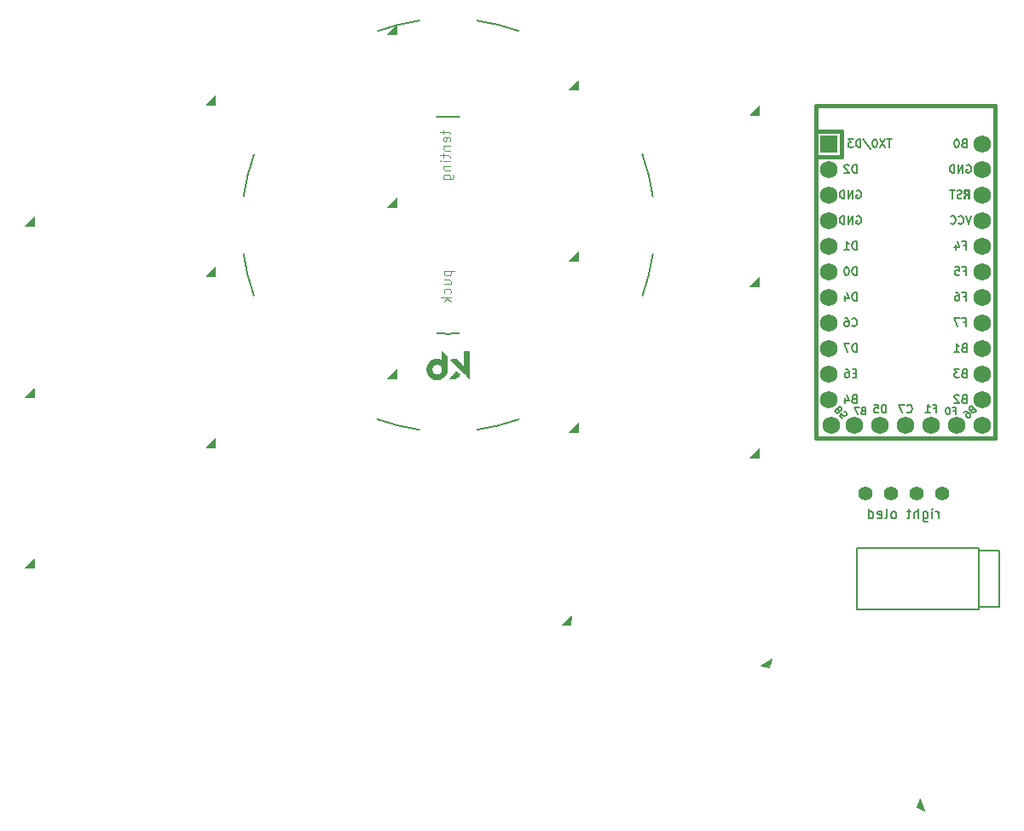
<source format=gbr>
%TF.GenerationSoftware,KiCad,Pcbnew,(6.0.0)*%
%TF.CreationDate,2022-06-16T08:24:19-07:00*%
%TF.ProjectId,half-swept,68616c66-2d73-4776-9570-742e6b696361,rev?*%
%TF.SameCoordinates,Original*%
%TF.FileFunction,Legend,Bot*%
%TF.FilePolarity,Positive*%
%FSLAX46Y46*%
G04 Gerber Fmt 4.6, Leading zero omitted, Abs format (unit mm)*
G04 Created by KiCad (PCBNEW (6.0.0)) date 2022-06-16 08:24:19*
%MOMM*%
%LPD*%
G01*
G04 APERTURE LIST*
%ADD10C,0.100000*%
%ADD11C,0.150000*%
%ADD12C,0.010000*%
%ADD13C,0.200000*%
%ADD14C,0.381000*%
%ADD15C,1.752600*%
%ADD16R,1.752600X1.752600*%
%ADD17C,1.397000*%
G04 APERTURE END LIST*
D10*
%TO.C,REF\u002A\u002A*%
X67228699Y-28456339D02*
X67228699Y-28837291D01*
X66895365Y-28599196D02*
X67752508Y-28599196D01*
X67847746Y-28646815D01*
X67895365Y-28742053D01*
X67895365Y-28837291D01*
X67847746Y-29551577D02*
X67895365Y-29456339D01*
X67895365Y-29265862D01*
X67847746Y-29170624D01*
X67752508Y-29123005D01*
X67371556Y-29123005D01*
X67276318Y-29170624D01*
X67228699Y-29265862D01*
X67228699Y-29456339D01*
X67276318Y-29551577D01*
X67371556Y-29599196D01*
X67466794Y-29599196D01*
X67562032Y-29123005D01*
X67228699Y-30027767D02*
X67895365Y-30027767D01*
X67323937Y-30027767D02*
X67276318Y-30075386D01*
X67228699Y-30170624D01*
X67228699Y-30313481D01*
X67276318Y-30408719D01*
X67371556Y-30456339D01*
X67895365Y-30456339D01*
X67228699Y-30789672D02*
X67228699Y-31170624D01*
X66895365Y-30932529D02*
X67752508Y-30932529D01*
X67847746Y-30980148D01*
X67895365Y-31075386D01*
X67895365Y-31170624D01*
X67895365Y-31503958D02*
X67228699Y-31503958D01*
X66895365Y-31503958D02*
X66942985Y-31456339D01*
X66990604Y-31503958D01*
X66942985Y-31551577D01*
X66895365Y-31503958D01*
X66990604Y-31503958D01*
X67228699Y-31980148D02*
X67895365Y-31980148D01*
X67323937Y-31980148D02*
X67276318Y-32027767D01*
X67228699Y-32123005D01*
X67228699Y-32265862D01*
X67276318Y-32361100D01*
X67371556Y-32408719D01*
X67895365Y-32408719D01*
X67228699Y-33313481D02*
X68038223Y-33313481D01*
X68133461Y-33265862D01*
X68181080Y-33218243D01*
X68228699Y-33123005D01*
X68228699Y-32980148D01*
X68181080Y-32884910D01*
X67847746Y-33313481D02*
X67895365Y-33218243D01*
X67895365Y-33027767D01*
X67847746Y-32932529D01*
X67800127Y-32884910D01*
X67704889Y-32837291D01*
X67419175Y-32837291D01*
X67323937Y-32884910D01*
X67276318Y-32932529D01*
X67228699Y-33027767D01*
X67228699Y-33218243D01*
X67276318Y-33313481D01*
X67292199Y-42410339D02*
X68292199Y-42410339D01*
X67339818Y-42410339D02*
X67292199Y-42505577D01*
X67292199Y-42696053D01*
X67339818Y-42791291D01*
X67387437Y-42838910D01*
X67482675Y-42886529D01*
X67768389Y-42886529D01*
X67863627Y-42838910D01*
X67911246Y-42791291D01*
X67958865Y-42696053D01*
X67958865Y-42505577D01*
X67911246Y-42410339D01*
X67292199Y-43743672D02*
X67958865Y-43743672D01*
X67292199Y-43315100D02*
X67816008Y-43315100D01*
X67911246Y-43362719D01*
X67958865Y-43457958D01*
X67958865Y-43600815D01*
X67911246Y-43696053D01*
X67863627Y-43743672D01*
X67911246Y-44648434D02*
X67958865Y-44553196D01*
X67958865Y-44362719D01*
X67911246Y-44267481D01*
X67863627Y-44219862D01*
X67768389Y-44172243D01*
X67482675Y-44172243D01*
X67387437Y-44219862D01*
X67339818Y-44267481D01*
X67292199Y-44362719D01*
X67292199Y-44553196D01*
X67339818Y-44648434D01*
X67958865Y-45077005D02*
X66958865Y-45077005D01*
X67577913Y-45172243D02*
X67958865Y-45457958D01*
X67292199Y-45457958D02*
X67673151Y-45077005D01*
D11*
%TO.C,U2*%
X118841399Y-42422790D02*
X119108066Y-42422790D01*
X119108066Y-42841837D02*
X119108066Y-42041837D01*
X118727113Y-42041837D01*
X118041399Y-42041837D02*
X118422352Y-42041837D01*
X118460447Y-42422790D01*
X118422352Y-42384694D01*
X118346161Y-42346599D01*
X118155685Y-42346599D01*
X118079494Y-42384694D01*
X118041399Y-42422790D01*
X118003304Y-42498980D01*
X118003304Y-42689456D01*
X118041399Y-42765647D01*
X118079494Y-42803742D01*
X118155685Y-42841837D01*
X118346161Y-42841837D01*
X118422352Y-42803742D01*
X118460447Y-42765647D01*
X118687066Y-35163742D02*
X118572780Y-35201837D01*
X118382304Y-35201837D01*
X118306113Y-35163742D01*
X118268018Y-35125647D01*
X118229923Y-35049456D01*
X118229923Y-34973266D01*
X118268018Y-34897075D01*
X118306113Y-34858980D01*
X118382304Y-34820885D01*
X118534685Y-34782790D01*
X118610875Y-34744694D01*
X118648971Y-34706599D01*
X118687066Y-34630409D01*
X118687066Y-34554218D01*
X118648971Y-34478028D01*
X118610875Y-34439933D01*
X118534685Y-34401837D01*
X118344209Y-34401837D01*
X118229923Y-34439933D01*
X118001352Y-34401837D02*
X117544209Y-34401837D01*
X117772780Y-35201837D02*
X117772780Y-34401837D01*
X117847066Y-56299933D02*
X118080399Y-56299933D01*
X118080399Y-56666599D02*
X118080399Y-55966599D01*
X117747066Y-55966599D01*
X117347066Y-55966599D02*
X117280399Y-55966599D01*
X117213733Y-55999933D01*
X117180399Y-56033266D01*
X117147066Y-56099933D01*
X117113733Y-56233266D01*
X117113733Y-56399933D01*
X117147066Y-56533266D01*
X117180399Y-56599933D01*
X117213733Y-56633266D01*
X117280399Y-56666599D01*
X117347066Y-56666599D01*
X117413733Y-56633266D01*
X117447066Y-56599933D01*
X117480399Y-56533266D01*
X117513733Y-56399933D01*
X117513733Y-56233266D01*
X117480399Y-56099933D01*
X117447066Y-56033266D01*
X117413733Y-55999933D01*
X117347066Y-55966599D01*
X118841399Y-47502790D02*
X119108066Y-47502790D01*
X119108066Y-47921837D02*
X119108066Y-47121837D01*
X118727113Y-47121837D01*
X118498542Y-47121837D02*
X117965209Y-47121837D01*
X118308066Y-47921837D01*
X108897066Y-56299933D02*
X108797066Y-56333266D01*
X108763733Y-56366599D01*
X108730399Y-56433266D01*
X108730399Y-56533266D01*
X108763733Y-56599933D01*
X108797066Y-56633266D01*
X108863733Y-56666599D01*
X109130399Y-56666599D01*
X109130399Y-55966599D01*
X108897066Y-55966599D01*
X108830399Y-55999933D01*
X108797066Y-56033266D01*
X108763733Y-56099933D01*
X108763733Y-56166599D01*
X108797066Y-56233266D01*
X108830399Y-56266599D01*
X108897066Y-56299933D01*
X109130399Y-56299933D01*
X108497066Y-55966599D02*
X108030399Y-55966599D01*
X108330399Y-56666599D01*
X119641399Y-36961837D02*
X119374733Y-37761837D01*
X119108066Y-36961837D01*
X118384256Y-37685647D02*
X118422352Y-37723742D01*
X118536637Y-37761837D01*
X118612828Y-37761837D01*
X118727113Y-37723742D01*
X118803304Y-37647552D01*
X118841399Y-37571361D01*
X118879494Y-37418980D01*
X118879494Y-37304694D01*
X118841399Y-37152313D01*
X118803304Y-37076123D01*
X118727113Y-36999933D01*
X118612828Y-36961837D01*
X118536637Y-36961837D01*
X118422352Y-36999933D01*
X118384256Y-37038028D01*
X117584256Y-37685647D02*
X117622352Y-37723742D01*
X117736637Y-37761837D01*
X117812828Y-37761837D01*
X117927113Y-37723742D01*
X118003304Y-37647552D01*
X118041399Y-37571361D01*
X118079494Y-37418980D01*
X118079494Y-37304694D01*
X118041399Y-37152313D01*
X118003304Y-37076123D01*
X117927113Y-36999933D01*
X117812828Y-36961837D01*
X117736637Y-36961837D01*
X117622352Y-36999933D01*
X117584256Y-37038028D01*
X118841399Y-44962790D02*
X119108066Y-44962790D01*
X119108066Y-45381837D02*
X119108066Y-44581837D01*
X118727113Y-44581837D01*
X118079494Y-44581837D02*
X118231875Y-44581837D01*
X118308066Y-44619933D01*
X118346161Y-44658028D01*
X118422352Y-44772313D01*
X118460447Y-44924694D01*
X118460447Y-45229456D01*
X118422352Y-45305647D01*
X118384256Y-45343742D01*
X118308066Y-45381837D01*
X118155685Y-45381837D01*
X118079494Y-45343742D01*
X118041399Y-45305647D01*
X118003304Y-45229456D01*
X118003304Y-45038980D01*
X118041399Y-44962790D01*
X118079494Y-44924694D01*
X118155685Y-44886599D01*
X118308066Y-44886599D01*
X118384256Y-44924694D01*
X118422352Y-44962790D01*
X118460447Y-45038980D01*
X111164209Y-56511837D02*
X111164209Y-55711837D01*
X110973733Y-55711837D01*
X110859447Y-55749933D01*
X110783256Y-55826123D01*
X110745161Y-55902313D01*
X110707066Y-56054694D01*
X110707066Y-56168980D01*
X110745161Y-56321361D01*
X110783256Y-56397552D01*
X110859447Y-56473742D01*
X110973733Y-56511837D01*
X111164209Y-56511837D01*
X109983256Y-55711837D02*
X110364209Y-55711837D01*
X110402304Y-56092790D01*
X110364209Y-56054694D01*
X110288018Y-56016599D01*
X110097542Y-56016599D01*
X110021352Y-56054694D01*
X109983256Y-56092790D01*
X109945161Y-56168980D01*
X109945161Y-56359456D01*
X109983256Y-56435647D01*
X110021352Y-56473742D01*
X110097542Y-56511837D01*
X110288018Y-56511837D01*
X110364209Y-56473742D01*
X110402304Y-56435647D01*
X108262256Y-34459933D02*
X108338447Y-34421837D01*
X108452733Y-34421837D01*
X108567018Y-34459933D01*
X108643209Y-34536123D01*
X108681304Y-34612313D01*
X108719399Y-34764694D01*
X108719399Y-34878980D01*
X108681304Y-35031361D01*
X108643209Y-35107552D01*
X108567018Y-35183742D01*
X108452733Y-35221837D01*
X108376542Y-35221837D01*
X108262256Y-35183742D01*
X108224161Y-35145647D01*
X108224161Y-34878980D01*
X108376542Y-34878980D01*
X107881304Y-35221837D02*
X107881304Y-34421837D01*
X107424161Y-35221837D01*
X107424161Y-34421837D01*
X107043209Y-35221837D02*
X107043209Y-34421837D01*
X106852733Y-34421837D01*
X106738447Y-34459933D01*
X106662256Y-34536123D01*
X106624161Y-34612313D01*
X106586066Y-34764694D01*
X106586066Y-34878980D01*
X106624161Y-35031361D01*
X106662256Y-35107552D01*
X106738447Y-35183742D01*
X106852733Y-35221837D01*
X107043209Y-35221837D01*
X108243209Y-40301837D02*
X108243209Y-39501837D01*
X108052733Y-39501837D01*
X107938447Y-39539933D01*
X107862256Y-39616123D01*
X107824161Y-39692313D01*
X107786066Y-39844694D01*
X107786066Y-39958980D01*
X107824161Y-40111361D01*
X107862256Y-40187552D01*
X107938447Y-40263742D01*
X108052733Y-40301837D01*
X108243209Y-40301837D01*
X107024161Y-40301837D02*
X107481304Y-40301837D01*
X107252733Y-40301837D02*
X107252733Y-39501837D01*
X107328923Y-39616123D01*
X107405113Y-39692313D01*
X107481304Y-39730409D01*
X118841399Y-39882790D02*
X119108066Y-39882790D01*
X119108066Y-40301837D02*
X119108066Y-39501837D01*
X118727113Y-39501837D01*
X118079494Y-39768504D02*
X118079494Y-40301837D01*
X118269971Y-39463742D02*
X118460447Y-40035171D01*
X117965209Y-40035171D01*
X108243209Y-50461837D02*
X108243209Y-49661837D01*
X108052733Y-49661837D01*
X107938447Y-49699933D01*
X107862256Y-49776123D01*
X107824161Y-49852313D01*
X107786066Y-50004694D01*
X107786066Y-50118980D01*
X107824161Y-50271361D01*
X107862256Y-50347552D01*
X107938447Y-50423742D01*
X108052733Y-50461837D01*
X108243209Y-50461837D01*
X107519399Y-49661837D02*
X106986066Y-49661837D01*
X107328923Y-50461837D01*
X113247066Y-56435647D02*
X113285161Y-56473742D01*
X113399447Y-56511837D01*
X113475637Y-56511837D01*
X113589923Y-56473742D01*
X113666113Y-56397552D01*
X113704209Y-56321361D01*
X113742304Y-56168980D01*
X113742304Y-56054694D01*
X113704209Y-55902313D01*
X113666113Y-55826123D01*
X113589923Y-55749933D01*
X113475637Y-55711837D01*
X113399447Y-55711837D01*
X113285161Y-55749933D01*
X113247066Y-55788028D01*
X112980399Y-55711837D02*
X112447066Y-55711837D01*
X112789923Y-56511837D01*
X119678724Y-56214230D02*
X119631584Y-56308511D01*
X119631584Y-56355652D01*
X119655154Y-56426362D01*
X119725865Y-56497073D01*
X119796575Y-56520643D01*
X119843716Y-56520643D01*
X119914426Y-56497073D01*
X120102988Y-56308511D01*
X119608013Y-55813536D01*
X119443022Y-55978528D01*
X119419452Y-56049239D01*
X119419452Y-56096379D01*
X119443022Y-56167090D01*
X119490162Y-56214230D01*
X119560873Y-56237800D01*
X119608013Y-56237800D01*
X119678724Y-56214230D01*
X119843716Y-56049239D01*
X118900907Y-56520643D02*
X118995188Y-56426362D01*
X119065898Y-56402792D01*
X119113039Y-56402792D01*
X119230890Y-56426362D01*
X119348741Y-56497073D01*
X119537303Y-56685635D01*
X119560873Y-56756345D01*
X119560873Y-56803486D01*
X119537303Y-56874197D01*
X119443022Y-56968477D01*
X119372311Y-56992048D01*
X119325171Y-56992048D01*
X119254460Y-56968477D01*
X119136609Y-56850626D01*
X119113039Y-56779916D01*
X119113039Y-56732775D01*
X119136609Y-56662065D01*
X119230890Y-56567784D01*
X119301600Y-56544213D01*
X119348741Y-56544213D01*
X119419452Y-56567784D01*
X106478030Y-56284941D02*
X106572311Y-56332081D01*
X106619452Y-56332081D01*
X106690162Y-56308511D01*
X106760873Y-56237800D01*
X106784443Y-56167090D01*
X106784443Y-56119949D01*
X106760873Y-56049239D01*
X106572311Y-55860677D01*
X106077336Y-56355652D01*
X106242328Y-56520643D01*
X106313039Y-56544213D01*
X106360179Y-56544213D01*
X106430890Y-56520643D01*
X106478030Y-56473503D01*
X106501600Y-56402792D01*
X106501600Y-56355652D01*
X106478030Y-56284941D01*
X106313039Y-56119949D01*
X106808013Y-57086329D02*
X106572311Y-56850626D01*
X106784443Y-56591354D01*
X106784443Y-56638494D01*
X106808013Y-56709205D01*
X106925865Y-56827056D01*
X106996575Y-56850626D01*
X107043716Y-56850626D01*
X107114426Y-56827056D01*
X107232277Y-56709205D01*
X107255848Y-56638494D01*
X107255848Y-56591354D01*
X107232277Y-56520643D01*
X107114426Y-56402792D01*
X107043716Y-56379222D01*
X106996575Y-56379222D01*
X118898542Y-55122790D02*
X118784256Y-55160885D01*
X118746161Y-55198980D01*
X118708066Y-55275171D01*
X118708066Y-55389456D01*
X118746161Y-55465647D01*
X118784256Y-55503742D01*
X118860447Y-55541837D01*
X119165209Y-55541837D01*
X119165209Y-54741837D01*
X118898542Y-54741837D01*
X118822352Y-54779933D01*
X118784256Y-54818028D01*
X118746161Y-54894218D01*
X118746161Y-54970409D01*
X118784256Y-55046599D01*
X118822352Y-55084694D01*
X118898542Y-55122790D01*
X119165209Y-55122790D01*
X118403304Y-54818028D02*
X118365209Y-54779933D01*
X118289018Y-54741837D01*
X118098542Y-54741837D01*
X118022352Y-54779933D01*
X117984256Y-54818028D01*
X117946161Y-54894218D01*
X117946161Y-54970409D01*
X117984256Y-55084694D01*
X118441399Y-55541837D01*
X117946161Y-55541837D01*
X108243209Y-42841837D02*
X108243209Y-42041837D01*
X108052733Y-42041837D01*
X107938447Y-42079933D01*
X107862256Y-42156123D01*
X107824161Y-42232313D01*
X107786066Y-42384694D01*
X107786066Y-42498980D01*
X107824161Y-42651361D01*
X107862256Y-42727552D01*
X107938447Y-42803742D01*
X108052733Y-42841837D01*
X108243209Y-42841837D01*
X107290828Y-42041837D02*
X107214637Y-42041837D01*
X107138447Y-42079933D01*
X107100352Y-42118028D01*
X107062256Y-42194218D01*
X107024161Y-42346599D01*
X107024161Y-42537075D01*
X107062256Y-42689456D01*
X107100352Y-42765647D01*
X107138447Y-42803742D01*
X107214637Y-42841837D01*
X107290828Y-42841837D01*
X107367018Y-42803742D01*
X107405113Y-42765647D01*
X107443209Y-42689456D01*
X107481304Y-42537075D01*
X107481304Y-42346599D01*
X107443209Y-42194218D01*
X107405113Y-42118028D01*
X107367018Y-42079933D01*
X107290828Y-42041837D01*
X108243209Y-32681837D02*
X108243209Y-31881837D01*
X108052733Y-31881837D01*
X107938447Y-31919933D01*
X107862256Y-31996123D01*
X107824161Y-32072313D01*
X107786066Y-32224694D01*
X107786066Y-32338980D01*
X107824161Y-32491361D01*
X107862256Y-32567552D01*
X107938447Y-32643742D01*
X108052733Y-32681837D01*
X108243209Y-32681837D01*
X107481304Y-31958028D02*
X107443209Y-31919933D01*
X107367018Y-31881837D01*
X107176542Y-31881837D01*
X107100352Y-31919933D01*
X107062256Y-31958028D01*
X107024161Y-32034218D01*
X107024161Y-32110409D01*
X107062256Y-32224694D01*
X107519399Y-32681837D01*
X107024161Y-32681837D01*
X107786066Y-47845647D02*
X107824161Y-47883742D01*
X107938447Y-47921837D01*
X108014637Y-47921837D01*
X108128923Y-47883742D01*
X108205113Y-47807552D01*
X108243209Y-47731361D01*
X108281304Y-47578980D01*
X108281304Y-47464694D01*
X108243209Y-47312313D01*
X108205113Y-47236123D01*
X108128923Y-47159933D01*
X108014637Y-47121837D01*
X107938447Y-47121837D01*
X107824161Y-47159933D01*
X107786066Y-47198028D01*
X107100352Y-47121837D02*
X107252733Y-47121837D01*
X107328923Y-47159933D01*
X107367018Y-47198028D01*
X107443209Y-47312313D01*
X107481304Y-47464694D01*
X107481304Y-47769456D01*
X107443209Y-47845647D01*
X107405113Y-47883742D01*
X107328923Y-47921837D01*
X107176542Y-47921837D01*
X107100352Y-47883742D01*
X107062256Y-47845647D01*
X107024161Y-47769456D01*
X107024161Y-47578980D01*
X107062256Y-47502790D01*
X107100352Y-47464694D01*
X107176542Y-47426599D01*
X107328923Y-47426599D01*
X107405113Y-47464694D01*
X107443209Y-47502790D01*
X107481304Y-47578980D01*
X118898542Y-52582790D02*
X118784256Y-52620885D01*
X118746161Y-52658980D01*
X118708066Y-52735171D01*
X118708066Y-52849456D01*
X118746161Y-52925647D01*
X118784256Y-52963742D01*
X118860447Y-53001837D01*
X119165209Y-53001837D01*
X119165209Y-52201837D01*
X118898542Y-52201837D01*
X118822352Y-52239933D01*
X118784256Y-52278028D01*
X118746161Y-52354218D01*
X118746161Y-52430409D01*
X118784256Y-52506599D01*
X118822352Y-52544694D01*
X118898542Y-52582790D01*
X119165209Y-52582790D01*
X118441399Y-52201837D02*
X117946161Y-52201837D01*
X118212828Y-52506599D01*
X118098542Y-52506599D01*
X118022352Y-52544694D01*
X117984256Y-52582790D01*
X117946161Y-52658980D01*
X117946161Y-52849456D01*
X117984256Y-52925647D01*
X118022352Y-52963742D01*
X118098542Y-53001837D01*
X118327113Y-53001837D01*
X118403304Y-52963742D01*
X118441399Y-52925647D01*
X111732337Y-29341837D02*
X111275194Y-29341837D01*
X111503765Y-30141837D02*
X111503765Y-29341837D01*
X111084718Y-29341837D02*
X110551384Y-30141837D01*
X110551384Y-29341837D02*
X111084718Y-30141837D01*
X110094241Y-29341837D02*
X110018051Y-29341837D01*
X109941861Y-29379933D01*
X109903765Y-29418028D01*
X109865670Y-29494218D01*
X109827575Y-29646599D01*
X109827575Y-29837075D01*
X109865670Y-29989456D01*
X109903765Y-30065647D01*
X109941861Y-30103742D01*
X110018051Y-30141837D01*
X110094241Y-30141837D01*
X110170432Y-30103742D01*
X110208527Y-30065647D01*
X110246622Y-29989456D01*
X110284718Y-29837075D01*
X110284718Y-29646599D01*
X110246622Y-29494218D01*
X110208527Y-29418028D01*
X110170432Y-29379933D01*
X110094241Y-29341837D01*
X108913289Y-29303742D02*
X109599003Y-30332313D01*
X108646622Y-30141837D02*
X108646622Y-29341837D01*
X108456146Y-29341837D01*
X108341861Y-29379933D01*
X108265670Y-29456123D01*
X108227575Y-29532313D01*
X108189480Y-29684694D01*
X108189480Y-29798980D01*
X108227575Y-29951361D01*
X108265670Y-30027552D01*
X108341861Y-30103742D01*
X108456146Y-30141837D01*
X108646622Y-30141837D01*
X107922813Y-29341837D02*
X107427575Y-29341837D01*
X107694241Y-29646599D01*
X107579956Y-29646599D01*
X107503765Y-29684694D01*
X107465670Y-29722790D01*
X107427575Y-29798980D01*
X107427575Y-29989456D01*
X107465670Y-30065647D01*
X107503765Y-30103742D01*
X107579956Y-30141837D01*
X107808527Y-30141837D01*
X107884718Y-30103742D01*
X107922813Y-30065647D01*
X108205113Y-52582790D02*
X107938447Y-52582790D01*
X107824161Y-53001837D02*
X108205113Y-53001837D01*
X108205113Y-52201837D01*
X107824161Y-52201837D01*
X107138447Y-52201837D02*
X107290828Y-52201837D01*
X107367018Y-52239933D01*
X107405113Y-52278028D01*
X107481304Y-52392313D01*
X107519399Y-52544694D01*
X107519399Y-52849456D01*
X107481304Y-52925647D01*
X107443209Y-52963742D01*
X107367018Y-53001837D01*
X107214637Y-53001837D01*
X107138447Y-52963742D01*
X107100352Y-52925647D01*
X107062256Y-52849456D01*
X107062256Y-52658980D01*
X107100352Y-52582790D01*
X107138447Y-52544694D01*
X107214637Y-52506599D01*
X107367018Y-52506599D01*
X107443209Y-52544694D01*
X107481304Y-52582790D01*
X107519399Y-52658980D01*
X118898542Y-29722790D02*
X118784256Y-29760885D01*
X118746161Y-29798980D01*
X118708066Y-29875171D01*
X118708066Y-29989456D01*
X118746161Y-30065647D01*
X118784256Y-30103742D01*
X118860447Y-30141837D01*
X119165209Y-30141837D01*
X119165209Y-29341837D01*
X118898542Y-29341837D01*
X118822352Y-29379933D01*
X118784256Y-29418028D01*
X118746161Y-29494218D01*
X118746161Y-29570409D01*
X118784256Y-29646599D01*
X118822352Y-29684694D01*
X118898542Y-29722790D01*
X119165209Y-29722790D01*
X118212828Y-29341837D02*
X118136637Y-29341837D01*
X118060447Y-29379933D01*
X118022352Y-29418028D01*
X117984256Y-29494218D01*
X117946161Y-29646599D01*
X117946161Y-29837075D01*
X117984256Y-29989456D01*
X118022352Y-30065647D01*
X118060447Y-30103742D01*
X118136637Y-30141837D01*
X118212828Y-30141837D01*
X118289018Y-30103742D01*
X118327113Y-30065647D01*
X118365209Y-29989456D01*
X118403304Y-29837075D01*
X118403304Y-29646599D01*
X118365209Y-29494218D01*
X118327113Y-29418028D01*
X118289018Y-29379933D01*
X118212828Y-29341837D01*
X119184256Y-31919933D02*
X119260447Y-31881837D01*
X119374733Y-31881837D01*
X119489018Y-31919933D01*
X119565209Y-31996123D01*
X119603304Y-32072313D01*
X119641399Y-32224694D01*
X119641399Y-32338980D01*
X119603304Y-32491361D01*
X119565209Y-32567552D01*
X119489018Y-32643742D01*
X119374733Y-32681837D01*
X119298542Y-32681837D01*
X119184256Y-32643742D01*
X119146161Y-32605647D01*
X119146161Y-32338980D01*
X119298542Y-32338980D01*
X118803304Y-32681837D02*
X118803304Y-31881837D01*
X118346161Y-32681837D01*
X118346161Y-31881837D01*
X117965209Y-32681837D02*
X117965209Y-31881837D01*
X117774733Y-31881837D01*
X117660447Y-31919933D01*
X117584256Y-31996123D01*
X117546161Y-32072313D01*
X117508066Y-32224694D01*
X117508066Y-32338980D01*
X117546161Y-32491361D01*
X117584256Y-32567552D01*
X117660447Y-32643742D01*
X117774733Y-32681837D01*
X117965209Y-32681837D01*
X118898542Y-50042790D02*
X118784256Y-50080885D01*
X118746161Y-50118980D01*
X118708066Y-50195171D01*
X118708066Y-50309456D01*
X118746161Y-50385647D01*
X118784256Y-50423742D01*
X118860447Y-50461837D01*
X119165209Y-50461837D01*
X119165209Y-49661837D01*
X118898542Y-49661837D01*
X118822352Y-49699933D01*
X118784256Y-49738028D01*
X118746161Y-49814218D01*
X118746161Y-49890409D01*
X118784256Y-49966599D01*
X118822352Y-50004694D01*
X118898542Y-50042790D01*
X119165209Y-50042790D01*
X117946161Y-50461837D02*
X118403304Y-50461837D01*
X118174733Y-50461837D02*
X118174733Y-49661837D01*
X118250923Y-49776123D01*
X118327113Y-49852313D01*
X118403304Y-49890409D01*
X115920399Y-56092790D02*
X116187066Y-56092790D01*
X116187066Y-56511837D02*
X116187066Y-55711837D01*
X115806113Y-55711837D01*
X115082304Y-56511837D02*
X115539447Y-56511837D01*
X115310875Y-56511837D02*
X115310875Y-55711837D01*
X115387066Y-55826123D01*
X115463256Y-55902313D01*
X115539447Y-55940409D01*
X107976542Y-55122790D02*
X107862256Y-55160885D01*
X107824161Y-55198980D01*
X107786066Y-55275171D01*
X107786066Y-55389456D01*
X107824161Y-55465647D01*
X107862256Y-55503742D01*
X107938447Y-55541837D01*
X108243209Y-55541837D01*
X108243209Y-54741837D01*
X107976542Y-54741837D01*
X107900352Y-54779933D01*
X107862256Y-54818028D01*
X107824161Y-54894218D01*
X107824161Y-54970409D01*
X107862256Y-55046599D01*
X107900352Y-55084694D01*
X107976542Y-55122790D01*
X108243209Y-55122790D01*
X107100352Y-55008504D02*
X107100352Y-55541837D01*
X107290828Y-54703742D02*
X107481304Y-55275171D01*
X106986066Y-55275171D01*
X108262256Y-36999933D02*
X108338447Y-36961837D01*
X108452733Y-36961837D01*
X108567018Y-36999933D01*
X108643209Y-37076123D01*
X108681304Y-37152313D01*
X108719399Y-37304694D01*
X108719399Y-37418980D01*
X108681304Y-37571361D01*
X108643209Y-37647552D01*
X108567018Y-37723742D01*
X108452733Y-37761837D01*
X108376542Y-37761837D01*
X108262256Y-37723742D01*
X108224161Y-37685647D01*
X108224161Y-37418980D01*
X108376542Y-37418980D01*
X107881304Y-37761837D02*
X107881304Y-36961837D01*
X107424161Y-37761837D01*
X107424161Y-36961837D01*
X107043209Y-37761837D02*
X107043209Y-36961837D01*
X106852733Y-36961837D01*
X106738447Y-36999933D01*
X106662256Y-37076123D01*
X106624161Y-37152313D01*
X106586066Y-37304694D01*
X106586066Y-37418980D01*
X106624161Y-37571361D01*
X106662256Y-37647552D01*
X106738447Y-37723742D01*
X106852733Y-37761837D01*
X107043209Y-37761837D01*
X108243209Y-45381837D02*
X108243209Y-44581837D01*
X108052733Y-44581837D01*
X107938447Y-44619933D01*
X107862256Y-44696123D01*
X107824161Y-44772313D01*
X107786066Y-44924694D01*
X107786066Y-45038980D01*
X107824161Y-45191361D01*
X107862256Y-45267552D01*
X107938447Y-45343742D01*
X108052733Y-45381837D01*
X108243209Y-45381837D01*
X107100352Y-44848504D02*
X107100352Y-45381837D01*
X107290828Y-44543742D02*
X107481304Y-45115171D01*
X106986066Y-45115171D01*
%TO.C,OL2*%
X116389923Y-67015562D02*
X116389923Y-66348896D01*
X116389923Y-66539372D02*
X116342304Y-66444134D01*
X116294685Y-66396515D01*
X116199447Y-66348896D01*
X116104209Y-66348896D01*
X115770875Y-67015562D02*
X115770875Y-66348896D01*
X115770875Y-66015562D02*
X115818494Y-66063182D01*
X115770875Y-66110801D01*
X115723256Y-66063182D01*
X115770875Y-66015562D01*
X115770875Y-66110801D01*
X114866113Y-66348896D02*
X114866113Y-67158420D01*
X114913733Y-67253658D01*
X114961352Y-67301277D01*
X115056590Y-67348896D01*
X115199447Y-67348896D01*
X115294685Y-67301277D01*
X114866113Y-66967943D02*
X114961352Y-67015562D01*
X115151828Y-67015562D01*
X115247066Y-66967943D01*
X115294685Y-66920324D01*
X115342304Y-66825086D01*
X115342304Y-66539372D01*
X115294685Y-66444134D01*
X115247066Y-66396515D01*
X115151828Y-66348896D01*
X114961352Y-66348896D01*
X114866113Y-66396515D01*
X114389923Y-67015562D02*
X114389923Y-66015562D01*
X113961352Y-67015562D02*
X113961352Y-66491753D01*
X114008971Y-66396515D01*
X114104209Y-66348896D01*
X114247066Y-66348896D01*
X114342304Y-66396515D01*
X114389923Y-66444134D01*
X113628018Y-66348896D02*
X113247066Y-66348896D01*
X113485161Y-66015562D02*
X113485161Y-66872705D01*
X113437542Y-66967943D01*
X113342304Y-67015562D01*
X113247066Y-67015562D01*
X112008971Y-67015562D02*
X112104209Y-66967943D01*
X112151828Y-66920324D01*
X112199447Y-66825086D01*
X112199447Y-66539372D01*
X112151828Y-66444134D01*
X112104209Y-66396515D01*
X112008971Y-66348896D01*
X111866113Y-66348896D01*
X111770875Y-66396515D01*
X111723256Y-66444134D01*
X111675637Y-66539372D01*
X111675637Y-66825086D01*
X111723256Y-66920324D01*
X111770875Y-66967943D01*
X111866113Y-67015562D01*
X112008971Y-67015562D01*
X111104209Y-67015562D02*
X111199447Y-66967943D01*
X111247066Y-66872705D01*
X111247066Y-66015562D01*
X110342304Y-66967943D02*
X110437542Y-67015562D01*
X110628018Y-67015562D01*
X110723256Y-66967943D01*
X110770875Y-66872705D01*
X110770875Y-66491753D01*
X110723256Y-66396515D01*
X110628018Y-66348896D01*
X110437542Y-66348896D01*
X110342304Y-66396515D01*
X110294685Y-66491753D01*
X110294685Y-66586991D01*
X110770875Y-66682229D01*
X109437542Y-67015562D02*
X109437542Y-66015562D01*
X109437542Y-66967943D02*
X109532780Y-67015562D01*
X109723256Y-67015562D01*
X109818494Y-66967943D01*
X109866113Y-66920324D01*
X109913733Y-66825086D01*
X109913733Y-66539372D01*
X109866113Y-66444134D01*
X109818494Y-66396515D01*
X109723256Y-66348896D01*
X109532780Y-66348896D01*
X109437542Y-66396515D01*
D12*
%TO.C,REF\u002A\u002A*%
X69281483Y-51995883D02*
X68478537Y-51193183D01*
X68478537Y-51193183D02*
X68190169Y-51196277D01*
X68190169Y-51196277D02*
X67901801Y-51199370D01*
X67901801Y-51199370D02*
X68749025Y-52059507D01*
X68749025Y-52059507D02*
X68866950Y-52179230D01*
X68866950Y-52179230D02*
X68981749Y-52295779D01*
X68981749Y-52295779D02*
X69092203Y-52407919D01*
X69092203Y-52407919D02*
X69197095Y-52514412D01*
X69197095Y-52514412D02*
X69295207Y-52614023D01*
X69295207Y-52614023D02*
X69385322Y-52705516D01*
X69385322Y-52705516D02*
X69466221Y-52787653D01*
X69466221Y-52787653D02*
X69536688Y-52859198D01*
X69536688Y-52859198D02*
X69595504Y-52918916D01*
X69595504Y-52918916D02*
X69641451Y-52965570D01*
X69641451Y-52965570D02*
X69673312Y-52997923D01*
X69673312Y-52997923D02*
X69687093Y-53011919D01*
X69687093Y-53011919D02*
X69777937Y-53104195D01*
X69777937Y-53104195D02*
X69777937Y-50362325D01*
X69777937Y-50362325D02*
X69281483Y-50362325D01*
X69281483Y-50362325D02*
X69281483Y-51995883D01*
X69281483Y-51995883D02*
X69281483Y-51995883D01*
G36*
X69777937Y-53104195D02*
G01*
X69687093Y-53011919D01*
X69673312Y-52997923D01*
X69641451Y-52965570D01*
X69595504Y-52918916D01*
X69536688Y-52859198D01*
X69466221Y-52787653D01*
X69385322Y-52705516D01*
X69295207Y-52614023D01*
X69197095Y-52514412D01*
X69092203Y-52407919D01*
X68981749Y-52295779D01*
X68866950Y-52179230D01*
X68749025Y-52059507D01*
X67901801Y-51199370D01*
X68190169Y-51196277D01*
X68478537Y-51193183D01*
X69281483Y-51995883D01*
X69281483Y-50362325D01*
X69777937Y-50362325D01*
X69777937Y-53104195D01*
G37*
X69777937Y-53104195D02*
X69687093Y-53011919D01*
X69673312Y-52997923D01*
X69641451Y-52965570D01*
X69595504Y-52918916D01*
X69536688Y-52859198D01*
X69466221Y-52787653D01*
X69385322Y-52705516D01*
X69295207Y-52614023D01*
X69197095Y-52514412D01*
X69092203Y-52407919D01*
X68981749Y-52295779D01*
X68866950Y-52179230D01*
X68749025Y-52059507D01*
X67901801Y-51199370D01*
X68190169Y-51196277D01*
X68478537Y-51193183D01*
X69281483Y-51995883D01*
X69281483Y-50362325D01*
X69777937Y-50362325D01*
X69777937Y-53104195D01*
X67076449Y-50861666D02*
X67076257Y-50965906D01*
X67076257Y-50965906D02*
X67075768Y-51062651D01*
X67075768Y-51062651D02*
X67075018Y-51149537D01*
X67075018Y-51149537D02*
X67074042Y-51224199D01*
X67074042Y-51224199D02*
X67072873Y-51284274D01*
X67072873Y-51284274D02*
X67071546Y-51327397D01*
X67071546Y-51327397D02*
X67070097Y-51351204D01*
X67070097Y-51351204D02*
X67069189Y-51355234D01*
X67069189Y-51355234D02*
X67056758Y-51348920D01*
X67056758Y-51348920D02*
X67031912Y-51332577D01*
X67031912Y-51332577D02*
X67007778Y-51315375D01*
X67007778Y-51315375D02*
X66893081Y-51244653D01*
X66893081Y-51244653D02*
X66770865Y-51195549D01*
X66770865Y-51195549D02*
X66640482Y-51167873D01*
X66640482Y-51167873D02*
X66501281Y-51161435D01*
X66501281Y-51161435D02*
X66483469Y-51162103D01*
X66483469Y-51162103D02*
X66393834Y-51168655D01*
X66393834Y-51168655D02*
X66317351Y-51180592D01*
X66317351Y-51180592D02*
X66245699Y-51200084D01*
X66245699Y-51200084D02*
X66170561Y-51229301D01*
X66170561Y-51229301D02*
X66100710Y-51261940D01*
X66100710Y-51261940D02*
X65972777Y-51337233D01*
X65972777Y-51337233D02*
X65859857Y-51429213D01*
X65859857Y-51429213D02*
X65762963Y-51536202D01*
X65762963Y-51536202D02*
X65683105Y-51656527D01*
X65683105Y-51656527D02*
X65621295Y-51788512D01*
X65621295Y-51788512D02*
X65578543Y-51930481D01*
X65578543Y-51930481D02*
X65555862Y-52080760D01*
X65555862Y-52080760D02*
X65552301Y-52170430D01*
X65552301Y-52170430D02*
X65562592Y-52322908D01*
X65562592Y-52322908D02*
X65593948Y-52467472D01*
X65593948Y-52467472D02*
X65647093Y-52606708D01*
X65647093Y-52606708D02*
X65704348Y-52713627D01*
X65704348Y-52713627D02*
X65790060Y-52833920D01*
X65790060Y-52833920D02*
X65891673Y-52938769D01*
X65891673Y-52938769D02*
X66007006Y-53027091D01*
X66007006Y-53027091D02*
X66133881Y-53097805D01*
X66133881Y-53097805D02*
X66270117Y-53149828D01*
X66270117Y-53149828D02*
X66413536Y-53182081D01*
X66413536Y-53182081D02*
X66561957Y-53193480D01*
X66561957Y-53193480D02*
X66662203Y-53188997D01*
X66662203Y-53188997D02*
X66806811Y-53164116D01*
X66806811Y-53164116D02*
X66947379Y-53117841D01*
X66947379Y-53117841D02*
X67080552Y-53051862D01*
X67080552Y-53051862D02*
X67202972Y-52967865D01*
X67202972Y-52967865D02*
X67311284Y-52867539D01*
X67311284Y-52867539D02*
X67319678Y-52858373D01*
X67319678Y-52858373D02*
X67400809Y-52754253D01*
X67400809Y-52754253D02*
X67470501Y-52636071D01*
X67470501Y-52636071D02*
X67525667Y-52510208D01*
X67525667Y-52510208D02*
X67563220Y-52383048D01*
X67563220Y-52383048D02*
X67572089Y-52336598D01*
X67572089Y-52336598D02*
X67574702Y-52308203D01*
X67574702Y-52308203D02*
X67577047Y-52258131D01*
X67577047Y-52258131D02*
X67578516Y-52207797D01*
X67578516Y-52207797D02*
X67082178Y-52207797D01*
X67082178Y-52207797D02*
X67071606Y-52305346D01*
X67071606Y-52305346D02*
X67041174Y-52399365D01*
X67041174Y-52399365D02*
X67012520Y-52453510D01*
X67012520Y-52453510D02*
X66945586Y-52541793D01*
X66945586Y-52541793D02*
X66866105Y-52612670D01*
X66866105Y-52612670D02*
X66776673Y-52665163D01*
X66776673Y-52665163D02*
X66679887Y-52698295D01*
X66679887Y-52698295D02*
X66578346Y-52711089D01*
X66578346Y-52711089D02*
X66474645Y-52702568D01*
X66474645Y-52702568D02*
X66401818Y-52683280D01*
X66401818Y-52683280D02*
X66358821Y-52667194D01*
X66358821Y-52667194D02*
X66317916Y-52649834D01*
X66317916Y-52649834D02*
X66301749Y-52642058D01*
X66301749Y-52642058D02*
X66256463Y-52611054D01*
X66256463Y-52611054D02*
X66207140Y-52564860D01*
X66207140Y-52564860D02*
X66159083Y-52509404D01*
X66159083Y-52509404D02*
X66117598Y-52450610D01*
X66117598Y-52450610D02*
X66096110Y-52412283D01*
X66096110Y-52412283D02*
X66075929Y-52368037D01*
X66075929Y-52368037D02*
X66063284Y-52329429D01*
X66063284Y-52329429D02*
X66055927Y-52287137D01*
X66055927Y-52287137D02*
X66051609Y-52231834D01*
X66051609Y-52231834D02*
X66051327Y-52226544D01*
X66051327Y-52226544D02*
X66054695Y-52119299D01*
X66054695Y-52119299D02*
X66077551Y-52021407D01*
X66077551Y-52021407D02*
X66121203Y-51927984D01*
X66121203Y-51927984D02*
X66138973Y-51899455D01*
X66138973Y-51899455D02*
X66203515Y-51821551D01*
X66203515Y-51821551D02*
X66282332Y-51759381D01*
X66282332Y-51759381D02*
X66371968Y-51713885D01*
X66371968Y-51713885D02*
X66468967Y-51686007D01*
X66468967Y-51686007D02*
X66569871Y-51676687D01*
X66569871Y-51676687D02*
X66671223Y-51686869D01*
X66671223Y-51686869D02*
X66769569Y-51717494D01*
X66769569Y-51717494D02*
X66783572Y-51723780D01*
X66783572Y-51723780D02*
X66871524Y-51776729D01*
X66871524Y-51776729D02*
X66945514Y-51844943D01*
X66945514Y-51844943D02*
X67004557Y-51925289D01*
X67004557Y-51925289D02*
X67047670Y-52014636D01*
X67047670Y-52014636D02*
X67073872Y-52109849D01*
X67073872Y-52109849D02*
X67082178Y-52207797D01*
X67082178Y-52207797D02*
X67578516Y-52207797D01*
X67578516Y-52207797D02*
X67579100Y-52187794D01*
X67579100Y-52187794D02*
X67580839Y-52098605D01*
X67580839Y-52098605D02*
X67582242Y-51991976D01*
X67582242Y-51991976D02*
X67583286Y-51869320D01*
X67583286Y-51869320D02*
X67583950Y-51732048D01*
X67583950Y-51732048D02*
X67584211Y-51581574D01*
X67584211Y-51581574D02*
X67584214Y-51569838D01*
X67584214Y-51569838D02*
X67584301Y-50878124D01*
X67584301Y-50878124D02*
X67076597Y-50368098D01*
X67076597Y-50368098D02*
X67076449Y-50861666D01*
X67076449Y-50861666D02*
X67076449Y-50861666D01*
G36*
X67574702Y-52308203D02*
G01*
X67572089Y-52336598D01*
X67563220Y-52383048D01*
X67525667Y-52510208D01*
X67470501Y-52636071D01*
X67400809Y-52754253D01*
X67319678Y-52858373D01*
X67311284Y-52867539D01*
X67202972Y-52967865D01*
X67080552Y-53051862D01*
X66947379Y-53117841D01*
X66806811Y-53164116D01*
X66662203Y-53188997D01*
X66561957Y-53193480D01*
X66413536Y-53182081D01*
X66270117Y-53149828D01*
X66133881Y-53097805D01*
X66007006Y-53027091D01*
X65891673Y-52938769D01*
X65790060Y-52833920D01*
X65704348Y-52713627D01*
X65647093Y-52606708D01*
X65593948Y-52467472D01*
X65562592Y-52322908D01*
X65556088Y-52226544D01*
X66051327Y-52226544D01*
X66051609Y-52231834D01*
X66055927Y-52287137D01*
X66063284Y-52329429D01*
X66075929Y-52368037D01*
X66096110Y-52412283D01*
X66117598Y-52450610D01*
X66159083Y-52509404D01*
X66207140Y-52564860D01*
X66256463Y-52611054D01*
X66301749Y-52642058D01*
X66317916Y-52649834D01*
X66358821Y-52667194D01*
X66401818Y-52683280D01*
X66474645Y-52702568D01*
X66578346Y-52711089D01*
X66679887Y-52698295D01*
X66776673Y-52665163D01*
X66866105Y-52612670D01*
X66945586Y-52541793D01*
X67012520Y-52453510D01*
X67041174Y-52399365D01*
X67071606Y-52305346D01*
X67082178Y-52207797D01*
X67073872Y-52109849D01*
X67047670Y-52014636D01*
X67004557Y-51925289D01*
X66945514Y-51844943D01*
X66871524Y-51776729D01*
X66783572Y-51723780D01*
X66769569Y-51717494D01*
X66671223Y-51686869D01*
X66569871Y-51676687D01*
X66468967Y-51686007D01*
X66371968Y-51713885D01*
X66282332Y-51759381D01*
X66203515Y-51821551D01*
X66138973Y-51899455D01*
X66121203Y-51927984D01*
X66077551Y-52021407D01*
X66054695Y-52119299D01*
X66051327Y-52226544D01*
X65556088Y-52226544D01*
X65552301Y-52170430D01*
X65555862Y-52080760D01*
X65578543Y-51930481D01*
X65621295Y-51788512D01*
X65683105Y-51656527D01*
X65762963Y-51536202D01*
X65859857Y-51429213D01*
X65972777Y-51337233D01*
X66100710Y-51261940D01*
X66170561Y-51229301D01*
X66245699Y-51200084D01*
X66317351Y-51180592D01*
X66393834Y-51168655D01*
X66483469Y-51162103D01*
X66501281Y-51161435D01*
X66640482Y-51167873D01*
X66770865Y-51195549D01*
X66893081Y-51244653D01*
X67007778Y-51315375D01*
X67031912Y-51332577D01*
X67056758Y-51348920D01*
X67069189Y-51355234D01*
X67070097Y-51351204D01*
X67071546Y-51327397D01*
X67072873Y-51284274D01*
X67074042Y-51224199D01*
X67075018Y-51149537D01*
X67075768Y-51062651D01*
X67076257Y-50965906D01*
X67076449Y-50861666D01*
X67076597Y-50368098D01*
X67584301Y-50878124D01*
X67584214Y-51569838D01*
X67584211Y-51581574D01*
X67583950Y-51732048D01*
X67583286Y-51869320D01*
X67582242Y-51991976D01*
X67580839Y-52098605D01*
X67579100Y-52187794D01*
X67578516Y-52207797D01*
X67577047Y-52258131D01*
X67574702Y-52308203D01*
G37*
X67574702Y-52308203D02*
X67572089Y-52336598D01*
X67563220Y-52383048D01*
X67525667Y-52510208D01*
X67470501Y-52636071D01*
X67400809Y-52754253D01*
X67319678Y-52858373D01*
X67311284Y-52867539D01*
X67202972Y-52967865D01*
X67080552Y-53051862D01*
X66947379Y-53117841D01*
X66806811Y-53164116D01*
X66662203Y-53188997D01*
X66561957Y-53193480D01*
X66413536Y-53182081D01*
X66270117Y-53149828D01*
X66133881Y-53097805D01*
X66007006Y-53027091D01*
X65891673Y-52938769D01*
X65790060Y-52833920D01*
X65704348Y-52713627D01*
X65647093Y-52606708D01*
X65593948Y-52467472D01*
X65562592Y-52322908D01*
X65556088Y-52226544D01*
X66051327Y-52226544D01*
X66051609Y-52231834D01*
X66055927Y-52287137D01*
X66063284Y-52329429D01*
X66075929Y-52368037D01*
X66096110Y-52412283D01*
X66117598Y-52450610D01*
X66159083Y-52509404D01*
X66207140Y-52564860D01*
X66256463Y-52611054D01*
X66301749Y-52642058D01*
X66317916Y-52649834D01*
X66358821Y-52667194D01*
X66401818Y-52683280D01*
X66474645Y-52702568D01*
X66578346Y-52711089D01*
X66679887Y-52698295D01*
X66776673Y-52665163D01*
X66866105Y-52612670D01*
X66945586Y-52541793D01*
X67012520Y-52453510D01*
X67041174Y-52399365D01*
X67071606Y-52305346D01*
X67082178Y-52207797D01*
X67073872Y-52109849D01*
X67047670Y-52014636D01*
X67004557Y-51925289D01*
X66945514Y-51844943D01*
X66871524Y-51776729D01*
X66783572Y-51723780D01*
X66769569Y-51717494D01*
X66671223Y-51686869D01*
X66569871Y-51676687D01*
X66468967Y-51686007D01*
X66371968Y-51713885D01*
X66282332Y-51759381D01*
X66203515Y-51821551D01*
X66138973Y-51899455D01*
X66121203Y-51927984D01*
X66077551Y-52021407D01*
X66054695Y-52119299D01*
X66051327Y-52226544D01*
X65556088Y-52226544D01*
X65552301Y-52170430D01*
X65555862Y-52080760D01*
X65578543Y-51930481D01*
X65621295Y-51788512D01*
X65683105Y-51656527D01*
X65762963Y-51536202D01*
X65859857Y-51429213D01*
X65972777Y-51337233D01*
X66100710Y-51261940D01*
X66170561Y-51229301D01*
X66245699Y-51200084D01*
X66317351Y-51180592D01*
X66393834Y-51168655D01*
X66483469Y-51162103D01*
X66501281Y-51161435D01*
X66640482Y-51167873D01*
X66770865Y-51195549D01*
X66893081Y-51244653D01*
X67007778Y-51315375D01*
X67031912Y-51332577D01*
X67056758Y-51348920D01*
X67069189Y-51355234D01*
X67070097Y-51351204D01*
X67071546Y-51327397D01*
X67072873Y-51284274D01*
X67074042Y-51224199D01*
X67075018Y-51149537D01*
X67075768Y-51062651D01*
X67076257Y-50965906D01*
X67076449Y-50861666D01*
X67076597Y-50368098D01*
X67584301Y-50878124D01*
X67584214Y-51569838D01*
X67584211Y-51581574D01*
X67583950Y-51732048D01*
X67583286Y-51869320D01*
X67582242Y-51991976D01*
X67580839Y-52098605D01*
X67579100Y-52187794D01*
X67578516Y-52207797D01*
X67577047Y-52258131D01*
X67574702Y-52308203D01*
X68474703Y-52402414D02*
X68452000Y-52425277D01*
X68452000Y-52425277D02*
X68417521Y-52460808D01*
X68417521Y-52460808D02*
X68373252Y-52506900D01*
X68373252Y-52506900D02*
X68321185Y-52561446D01*
X68321185Y-52561446D02*
X68263306Y-52622340D01*
X68263306Y-52622340D02*
X68201607Y-52687475D01*
X68201607Y-52687475D02*
X68138074Y-52754745D01*
X68138074Y-52754745D02*
X68074699Y-52822043D01*
X68074699Y-52822043D02*
X68013469Y-52887262D01*
X68013469Y-52887262D02*
X67956373Y-52948297D01*
X67956373Y-52948297D02*
X67905401Y-53003040D01*
X67905401Y-53003040D02*
X67862541Y-53049385D01*
X67862541Y-53049385D02*
X67829783Y-53085225D01*
X67829783Y-53085225D02*
X67809115Y-53108454D01*
X67809115Y-53108454D02*
X67806822Y-53111145D01*
X67806822Y-53111145D02*
X67778521Y-53144780D01*
X67778521Y-53144780D02*
X68398535Y-53144780D01*
X68398535Y-53144780D02*
X68571885Y-52968711D01*
X68571885Y-52968711D02*
X68625627Y-52913968D01*
X68625627Y-52913968D02*
X68675910Y-52862455D01*
X68675910Y-52862455D02*
X68719726Y-52817275D01*
X68719726Y-52817275D02*
X68754072Y-52781529D01*
X68754072Y-52781529D02*
X68775940Y-52758320D01*
X68775940Y-52758320D02*
X68779117Y-52754828D01*
X68779117Y-52754828D02*
X68812999Y-52717013D01*
X68812999Y-52717013D02*
X68651964Y-52555669D01*
X68651964Y-52555669D02*
X68602251Y-52506214D01*
X68602251Y-52506214D02*
X68558027Y-52462889D01*
X68558027Y-52462889D02*
X68521880Y-52428176D01*
X68521880Y-52428176D02*
X68496398Y-52404556D01*
X68496398Y-52404556D02*
X68484169Y-52394508D01*
X68484169Y-52394508D02*
X68483638Y-52394325D01*
X68483638Y-52394325D02*
X68474703Y-52402414D01*
X68474703Y-52402414D02*
X68474703Y-52402414D01*
G36*
X68484169Y-52394508D02*
G01*
X68496398Y-52404556D01*
X68521880Y-52428176D01*
X68558027Y-52462889D01*
X68602251Y-52506214D01*
X68651964Y-52555669D01*
X68812999Y-52717013D01*
X68779117Y-52754828D01*
X68775940Y-52758320D01*
X68754072Y-52781529D01*
X68719726Y-52817275D01*
X68675910Y-52862455D01*
X68625627Y-52913968D01*
X68571885Y-52968711D01*
X68398535Y-53144780D01*
X67778521Y-53144780D01*
X67806822Y-53111145D01*
X67809115Y-53108454D01*
X67829783Y-53085225D01*
X67862541Y-53049385D01*
X67905401Y-53003040D01*
X67956373Y-52948297D01*
X68013469Y-52887262D01*
X68074699Y-52822043D01*
X68138074Y-52754745D01*
X68201607Y-52687475D01*
X68263306Y-52622340D01*
X68321185Y-52561446D01*
X68373252Y-52506900D01*
X68417521Y-52460808D01*
X68452000Y-52425277D01*
X68474703Y-52402414D01*
X68483638Y-52394325D01*
X68484169Y-52394508D01*
G37*
X68484169Y-52394508D02*
X68496398Y-52404556D01*
X68521880Y-52428176D01*
X68558027Y-52462889D01*
X68602251Y-52506214D01*
X68651964Y-52555669D01*
X68812999Y-52717013D01*
X68779117Y-52754828D01*
X68775940Y-52758320D01*
X68754072Y-52781529D01*
X68719726Y-52817275D01*
X68675910Y-52862455D01*
X68625627Y-52913968D01*
X68571885Y-52968711D01*
X68398535Y-53144780D01*
X67778521Y-53144780D01*
X67806822Y-53111145D01*
X67809115Y-53108454D01*
X67829783Y-53085225D01*
X67862541Y-53049385D01*
X67905401Y-53003040D01*
X67956373Y-52948297D01*
X68013469Y-52887262D01*
X68074699Y-52822043D01*
X68138074Y-52754745D01*
X68201607Y-52687475D01*
X68263306Y-52622340D01*
X68321185Y-52561446D01*
X68373252Y-52506900D01*
X68417521Y-52460808D01*
X68452000Y-52425277D01*
X68474703Y-52402414D01*
X68483638Y-52394325D01*
X68484169Y-52394508D01*
D13*
X64839485Y-17557839D02*
G75*
G03*
X60688939Y-18591704I2857512J-20320050D01*
G01*
X66568600Y-48613703D02*
G75*
G03*
X67696985Y-48672839I1128379J10735785D01*
G01*
X74705034Y-18591705D02*
G75*
G03*
X70554485Y-17557839I-7008041J-19286105D01*
G01*
X67696985Y-48672839D02*
G75*
G03*
X68825370Y-48613703I6J10794921D01*
G01*
X88016985Y-35020339D02*
G75*
G03*
X86983119Y-30869791I-20319983J-2857496D01*
G01*
X68825370Y-27141975D02*
G75*
G03*
X67696985Y-27082839I-1128379J-10735785D01*
G01*
X70554485Y-58197839D02*
G75*
G03*
X74705030Y-57163974I-2857506J20320019D01*
G01*
X60688940Y-57163974D02*
G75*
G03*
X64839485Y-58197839I7008051J19286154D01*
G01*
X48410849Y-30869795D02*
G75*
G03*
X47376985Y-35020339I19286252J-7008071D01*
G01*
X47376985Y-40735339D02*
G75*
G03*
X48410850Y-44885885I20320050J2857512D01*
G01*
X86983119Y-44885887D02*
G75*
G03*
X88016985Y-40735339I-19286117J7008044D01*
G01*
X67696985Y-27082839D02*
G75*
G03*
X66568600Y-27141975I-6J-10794921D01*
G01*
D10*
%TO.C,D12*%
X79953346Y-76714761D02*
X78978331Y-77532896D01*
X78978331Y-77532896D02*
X79874906Y-77611336D01*
X79874906Y-77611336D02*
X79953346Y-76714761D01*
G36*
X79874906Y-77611336D02*
G01*
X78978331Y-77532896D01*
X79953346Y-76714761D01*
X79874906Y-77611336D01*
G37*
X79874906Y-77611336D02*
X78978331Y-77532896D01*
X79953346Y-76714761D01*
X79874906Y-77611336D01*
%TO.C,D16*%
X44563734Y-25033183D02*
X43663734Y-25933183D01*
X43663734Y-25933183D02*
X44563734Y-25933183D01*
X44563734Y-25933183D02*
X44563734Y-25033183D01*
G36*
X44563734Y-25933183D02*
G01*
X43663734Y-25933183D01*
X44563734Y-25033183D01*
X44563734Y-25933183D01*
G37*
X44563734Y-25933183D02*
X43663734Y-25933183D01*
X44563734Y-25033183D01*
X44563734Y-25933183D01*
%TO.C,D8*%
X62563732Y-52167182D02*
X61663732Y-53067182D01*
X61663732Y-53067182D02*
X62563732Y-53067182D01*
X62563732Y-53067182D02*
X62563732Y-52167182D01*
G36*
X62563732Y-53067182D02*
G01*
X61663732Y-53067182D01*
X62563732Y-52167182D01*
X62563732Y-53067182D01*
G37*
X62563732Y-53067182D02*
X61663732Y-53067182D01*
X62563732Y-52167182D01*
X62563732Y-53067182D01*
%TO.C,D2*%
X62563733Y-18033183D02*
X61663733Y-18933183D01*
X61663733Y-18933183D02*
X62563733Y-18933183D01*
X62563733Y-18933183D02*
X62563733Y-18033183D01*
G36*
X62563733Y-18933183D02*
G01*
X61663733Y-18933183D01*
X62563733Y-18033183D01*
X62563733Y-18933183D01*
G37*
X62563733Y-18933183D02*
X61663733Y-18933183D01*
X62563733Y-18033183D01*
X62563733Y-18933183D01*
%TO.C,D15*%
X99776603Y-80959245D02*
X98674333Y-81595641D01*
X98674333Y-81595641D02*
X99543666Y-81828578D01*
X99543666Y-81828578D02*
X99776603Y-80959245D01*
G36*
X99543666Y-81828578D02*
G01*
X98674333Y-81595641D01*
X99776603Y-80959245D01*
X99543666Y-81828578D01*
G37*
X99543666Y-81828578D02*
X98674333Y-81595641D01*
X99776603Y-80959245D01*
X99543666Y-81828578D01*
%TO.C,D11*%
X80563734Y-57501184D02*
X79663734Y-58401184D01*
X79663734Y-58401184D02*
X80563734Y-58401184D01*
X80563734Y-58401184D02*
X80563734Y-57501184D01*
G36*
X80563734Y-58401184D02*
G01*
X79663734Y-58401184D01*
X80563734Y-57501184D01*
X80563734Y-58401184D01*
G37*
X80563734Y-58401184D02*
X79663734Y-58401184D01*
X80563734Y-57501184D01*
X80563734Y-58401184D01*
D11*
%TO.C,U2*%
X119358368Y-34398963D02*
X119358368Y-35198963D01*
X119358368Y-35198963D02*
X119458368Y-35198963D01*
X119458368Y-35198963D02*
X119458368Y-34398963D01*
X119458368Y-34398963D02*
X119358368Y-34398963D01*
G36*
X119458368Y-35198963D02*
G01*
X119358368Y-35198963D01*
X119358368Y-34398963D01*
X119458368Y-34398963D01*
X119458368Y-35198963D01*
G37*
X119458368Y-35198963D02*
X119358368Y-35198963D01*
X119358368Y-34398963D01*
X119458368Y-34398963D01*
X119458368Y-35198963D01*
X118958368Y-34998963D02*
X118958368Y-35198963D01*
X118958368Y-35198963D02*
X119058368Y-35198963D01*
X119058368Y-35198963D02*
X119058368Y-34998963D01*
X119058368Y-34998963D02*
X118958368Y-34998963D01*
G36*
X119058368Y-35198963D02*
G01*
X118958368Y-35198963D01*
X118958368Y-34998963D01*
X119058368Y-34998963D01*
X119058368Y-35198963D01*
G37*
X119058368Y-35198963D02*
X118958368Y-35198963D01*
X118958368Y-34998963D01*
X119058368Y-34998963D01*
X119058368Y-35198963D01*
X119158368Y-34798963D02*
X119158368Y-34898963D01*
X119158368Y-34898963D02*
X119258368Y-34898963D01*
X119258368Y-34898963D02*
X119258368Y-34798963D01*
X119258368Y-34798963D02*
X119158368Y-34798963D01*
G36*
X119258368Y-34898963D02*
G01*
X119158368Y-34898963D01*
X119158368Y-34798963D01*
X119258368Y-34798963D01*
X119258368Y-34898963D01*
G37*
X119258368Y-34898963D02*
X119158368Y-34898963D01*
X119158368Y-34798963D01*
X119258368Y-34798963D01*
X119258368Y-34898963D01*
X118958368Y-34398963D02*
X118958368Y-34698963D01*
X118958368Y-34698963D02*
X119058368Y-34698963D01*
X119058368Y-34698963D02*
X119058368Y-34398963D01*
X119058368Y-34398963D02*
X118958368Y-34398963D01*
G36*
X119058368Y-34698963D02*
G01*
X118958368Y-34698963D01*
X118958368Y-34398963D01*
X119058368Y-34398963D01*
X119058368Y-34698963D01*
G37*
X119058368Y-34698963D02*
X118958368Y-34698963D01*
X118958368Y-34398963D01*
X119058368Y-34398963D01*
X119058368Y-34698963D01*
X118958368Y-34398963D02*
X118958368Y-34498963D01*
X118958368Y-34498963D02*
X119458368Y-34498963D01*
X119458368Y-34498963D02*
X119458368Y-34398963D01*
X119458368Y-34398963D02*
X118958368Y-34398963D01*
G36*
X119458368Y-34498963D02*
G01*
X118958368Y-34498963D01*
X118958368Y-34398963D01*
X119458368Y-34398963D01*
X119458368Y-34498963D01*
G37*
X119458368Y-34498963D02*
X118958368Y-34498963D01*
X118958368Y-34398963D01*
X119458368Y-34398963D01*
X119458368Y-34498963D01*
D14*
X106763733Y-28509933D02*
X106763733Y-31049933D01*
X122003733Y-58989933D02*
X122003733Y-25969933D01*
X122003733Y-25969933D02*
X104223733Y-25969933D01*
X106763733Y-28509933D02*
X104223733Y-28509933D01*
X106763733Y-31049933D02*
X104223733Y-31049933D01*
X104223733Y-58989933D02*
X122003733Y-58989933D01*
X104223733Y-25969933D02*
X104223733Y-58989933D01*
D10*
%TO.C,D14*%
X80563734Y-40483184D02*
X79663734Y-41383184D01*
X79663734Y-41383184D02*
X80563734Y-41383184D01*
X80563734Y-41383184D02*
X80563734Y-40483184D01*
G36*
X80563734Y-41383184D02*
G01*
X79663734Y-41383184D01*
X80563734Y-40483184D01*
X80563734Y-41383184D01*
G37*
X80563734Y-41383184D02*
X79663734Y-41383184D01*
X80563734Y-40483184D01*
X80563734Y-41383184D01*
%TO.C,D10*%
X44563734Y-59025182D02*
X43663734Y-59925182D01*
X43663734Y-59925182D02*
X44563734Y-59925182D01*
X44563734Y-59925182D02*
X44563734Y-59025182D01*
G36*
X44563734Y-59925182D02*
G01*
X43663734Y-59925182D01*
X44563734Y-59025182D01*
X44563734Y-59925182D01*
G37*
X44563734Y-59925182D02*
X43663734Y-59925182D01*
X44563734Y-59025182D01*
X44563734Y-59925182D01*
%TO.C,D1*%
X26563734Y-37033183D02*
X25663734Y-37933183D01*
X25663734Y-37933183D02*
X26563734Y-37933183D01*
X26563734Y-37933183D02*
X26563734Y-37033183D01*
G36*
X26563734Y-37933183D02*
G01*
X25663734Y-37933183D01*
X26563734Y-37033183D01*
X26563734Y-37933183D01*
G37*
X26563734Y-37933183D02*
X25663734Y-37933183D01*
X26563734Y-37033183D01*
X26563734Y-37933183D01*
%TO.C,D9*%
X98543734Y-60041183D02*
X97643734Y-60941183D01*
X97643734Y-60941183D02*
X98543734Y-60941183D01*
X98543734Y-60941183D02*
X98543734Y-60041183D01*
G36*
X98543734Y-60941183D02*
G01*
X97643734Y-60941183D01*
X98543734Y-60041183D01*
X98543734Y-60941183D01*
G37*
X98543734Y-60941183D02*
X97643734Y-60941183D01*
X98543734Y-60041183D01*
X98543734Y-60941183D01*
%TO.C,D17*%
X80563734Y-23533183D02*
X79663734Y-24433183D01*
X79663734Y-24433183D02*
X80563734Y-24433183D01*
X80563734Y-24433183D02*
X80563734Y-23533183D01*
G36*
X80563734Y-24433183D02*
G01*
X79663734Y-24433183D01*
X80563734Y-23533183D01*
X80563734Y-24433183D01*
G37*
X80563734Y-24433183D02*
X79663734Y-24433183D01*
X80563734Y-23533183D01*
X80563734Y-24433183D01*
%TO.C,D18*%
X114986474Y-96043957D02*
X114551153Y-94847924D01*
X114551153Y-94847924D02*
X114170797Y-95663601D01*
X114170797Y-95663601D02*
X114986474Y-96043957D01*
G36*
X114986474Y-96043957D02*
G01*
X114170797Y-95663601D01*
X114551153Y-94847924D01*
X114986474Y-96043957D01*
G37*
X114986474Y-96043957D02*
X114170797Y-95663601D01*
X114551153Y-94847924D01*
X114986474Y-96043957D01*
%TO.C,D4*%
X26563733Y-54083183D02*
X25663733Y-54983183D01*
X25663733Y-54983183D02*
X26563733Y-54983183D01*
X26563733Y-54983183D02*
X26563733Y-54083183D01*
G36*
X26563733Y-54983183D02*
G01*
X25663733Y-54983183D01*
X26563733Y-54083183D01*
X26563733Y-54983183D01*
G37*
X26563733Y-54983183D02*
X25663733Y-54983183D01*
X26563733Y-54083183D01*
X26563733Y-54983183D01*
%TO.C,D3*%
X98563733Y-26033183D02*
X97663733Y-26933183D01*
X97663733Y-26933183D02*
X98563733Y-26933183D01*
X98563733Y-26933183D02*
X98563733Y-26033183D01*
G36*
X98563733Y-26933183D02*
G01*
X97663733Y-26933183D01*
X98563733Y-26033183D01*
X98563733Y-26933183D01*
G37*
X98563733Y-26933183D02*
X97663733Y-26933183D01*
X98563733Y-26033183D01*
X98563733Y-26933183D01*
%TO.C,D7*%
X26563734Y-71033183D02*
X25663734Y-71933183D01*
X25663734Y-71933183D02*
X26563734Y-71933183D01*
X26563734Y-71933183D02*
X26563734Y-71033183D01*
G36*
X26563734Y-71933183D02*
G01*
X25663734Y-71933183D01*
X26563734Y-71033183D01*
X26563734Y-71933183D01*
G37*
X26563734Y-71933183D02*
X25663734Y-71933183D01*
X26563734Y-71033183D01*
X26563734Y-71933183D01*
%TO.C,D5*%
X62563734Y-35149183D02*
X61663734Y-36049183D01*
X61663734Y-36049183D02*
X62563734Y-36049183D01*
X62563734Y-36049183D02*
X62563734Y-35149183D01*
G36*
X62563734Y-36049183D02*
G01*
X61663734Y-36049183D01*
X62563734Y-35149183D01*
X62563734Y-36049183D01*
G37*
X62563734Y-36049183D02*
X61663734Y-36049183D01*
X62563734Y-35149183D01*
X62563734Y-36049183D01*
%TO.C,D6*%
X98543732Y-43023183D02*
X97643732Y-43923183D01*
X97643732Y-43923183D02*
X98543732Y-43923183D01*
X98543732Y-43923183D02*
X98543732Y-43023183D01*
G36*
X98543732Y-43923183D02*
G01*
X97643732Y-43923183D01*
X98543732Y-43023183D01*
X98543732Y-43923183D01*
G37*
X98543732Y-43923183D02*
X97643732Y-43923183D01*
X98543732Y-43023183D01*
X98543732Y-43923183D01*
%TO.C,D13*%
X44563734Y-42007183D02*
X43663734Y-42907183D01*
X43663734Y-42907183D02*
X44563734Y-42907183D01*
X44563734Y-42907183D02*
X44563734Y-42007183D01*
G36*
X44563734Y-42907183D02*
G01*
X43663734Y-42907183D01*
X44563734Y-42007183D01*
X44563734Y-42907183D01*
G37*
X44563734Y-42907183D02*
X43663734Y-42907183D01*
X44563734Y-42007183D01*
X44563734Y-42907183D01*
D11*
%TO.C,J1*%
X120413734Y-76013184D02*
X108313734Y-76013184D01*
X120413734Y-75763184D02*
X122413734Y-75763184D01*
X122413734Y-70163184D02*
X122413734Y-75763184D01*
X120413734Y-69913184D02*
X120413734Y-76013184D01*
X120413734Y-69913184D02*
X108313734Y-69913184D01*
X120413734Y-70163184D02*
X122413734Y-70163184D01*
X108313734Y-69913184D02*
X108313734Y-76013184D01*
%TD*%
D15*
%TO.C,U2*%
X118193733Y-57719933D03*
X115653733Y-57719933D03*
X113113733Y-57719933D03*
X110573733Y-57719933D03*
X108033733Y-57719933D03*
X120733733Y-29779933D03*
X120733733Y-32319933D03*
X120733733Y-34859933D03*
X120733733Y-37399933D03*
X120733733Y-39939933D03*
X120733733Y-42479933D03*
X120733733Y-45019933D03*
X120733733Y-47559933D03*
X120733733Y-50099933D03*
X120733733Y-52639933D03*
X120733733Y-55179933D03*
X120733733Y-57719933D03*
X105722333Y-57719933D03*
X105493733Y-55179933D03*
X105493733Y-52639933D03*
X105493733Y-50099933D03*
X105493733Y-47559933D03*
X105493733Y-45019933D03*
X105493733Y-42479933D03*
X105493733Y-39939933D03*
X105493733Y-37399933D03*
X105493733Y-34859933D03*
X105493733Y-32319933D03*
D16*
X105493733Y-29779933D03*
%TD*%
D17*
%TO.C,OL2*%
X109103733Y-64513182D03*
X111643733Y-64513182D03*
X114183733Y-64513182D03*
X116723733Y-64513182D03*
%TD*%
M02*

</source>
